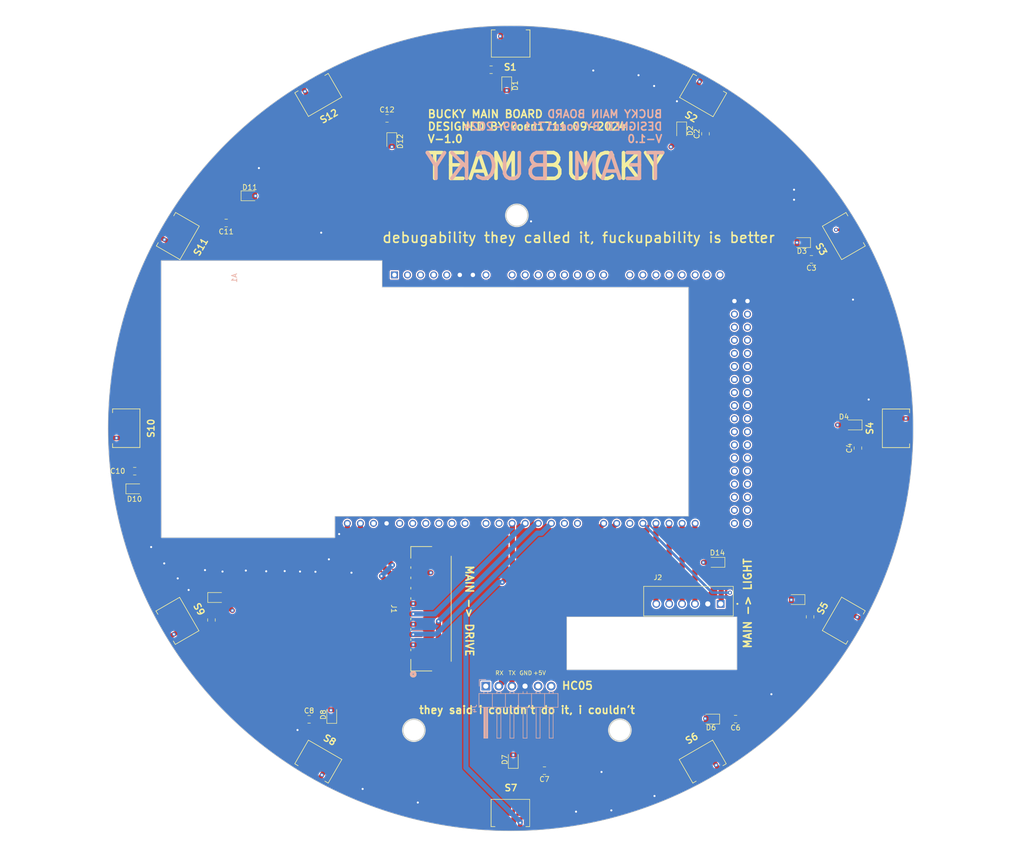
<source format=kicad_pcb>
(kicad_pcb (version 20240108) (generator "pcbnew") (generator_version "8.0")
  (title_block (title "BUCKY MAIN") (date "2024-07-03") (rev "V1") (company "koen1711"))
  (layers (0 "F.Cu" signal) (1 "In1.Cu" signal) (2 "In2.Cu" signal) (31 "B.Cu" signal) (34 "B.Paste" user) (35 "F.Paste" user) (36 "B.SilkS" user "B.Silkscreen") (37 "F.SilkS" user "F.Silkscreen") (38 "B.Mask" user) (39 "F.Mask" user) (44 "Edge.Cuts" user))
  (net 0 "")
  (net 1 "Net-(D1-K)")
  (net 2 "GND")
  (net 3 "/IR_1")
  (net 4 "/IR_9")
  (net 5 "Net-(D2-K)")
  (net 6 "/IR_2")
  (net 7 "Net-(D3-K)")
  (net 8 "/IR_3")
  (net 9 "/IR_4")
  (net 10 "Net-(D4-K)")
  (net 11 "Net-(D5-K)")
  (net 12 "/IR_5")
  (net 13 "Net-(D6-K)")
  (net 14 "/IR_6")
  (net 15 "Net-(D7-K)")
  (net 16 "/IR_7")
  (net 17 "/IR_8")
  (net 18 "Net-(D8-K)")
  (net 19 "Net-(D12-K)")
  (net 20 "Net-(D11-K)")
  (net 21 "/IR_10")
  (net 22 "Net-(D10-K)")
  (net 23 "/IR_11")
  (net 24 "/IR_12")
  (net 25 "Net-(D9-K)")
  (net 26 "+5V")
  (net 27 "/M1_PWM")
  (net 28 "/M3_PWM")
  (net 29 "/L_A")
  (net 30 "/D_A")
  (net 31 "/R_A")
  (net 32 "/F_A")
  (net 33 "/SCL")
  (net 34 "/SDA")
  (net 35 "+3.3V")
  (net 36 "/M2_PWM")
  (net 37 "/TXD")
  (net 38 "/RXD")
  (net 39 "Net-(D14-K)")
  (net 40 "/VIN")
  (net 41 "/M1_DIR")
  (net 42 "/M2_DIR")
  (net 43 "/M3_DIR")
  (net 44 "/STATE")
  (net 45 "/EN")
  (net 46 "/SIG_FRONT")
  (net 47 "/SIG_BACK")
  (net 48 "/SIG_RIGHT")
  (net 49 "/SIG_LEFT")
  (footprint "Diode_SMD:D_0805_2012Metric" (layer "F.Cu") (at 85.9028 153.6192 90)
    (property "Reference" "D8")
    (property "Value" "D")
  )
  (footprint "Diode_SMD:D_0805_2012Metric" (layer "F.Cu") (at 159.5628 154.4828 180)
    (property "Reference" "D6")
    (property "Value" "D")
  )
  (footprint "BUCKY_MAIN:TSSP96038" (layer "F.Cu") (at 45.984795 97.970304 -90)
    (property "Reference" "S10")
    (property "Value" "TSSP96038TR" (hide yes))
  )
  (footprint "Diode_SMD:D_0805_2012Metric" (layer "F.Cu") (at 63.5 130.8608)
    (property "Reference" "D9" (hide yes))
    (property "Value" "D")
  )
  (footprint "BUCKY_MAIN:TSSP96038" (layer "F.Cu") (at 185.357052 135.359926 60)
    (property "Reference" "S5")
    (property "Value" "TSSP96038TR" (hide yes))
  )
  (footprint "BUCKY_MAIN:LIGHT_CONN" (layer "F.Cu") (at 155.194 131.572)
    (property "Reference" "J2")
    (property "Value" "Conn_01x06")
  )
  (footprint "Capacitor_SMD:C_0805_2012Metric" (layer "F.Cu") (at 127.2134 164.4904 180)
    (property "Reference" "C7")
    (property "Value" "10uF")
  )
  (footprint "BUCKY_MAIN:TSSP96038" (layer "F.Cu") (at 55.927948 135.400074 -60)
    (property "Reference" "S9")
    (property "Value" "TSSP96038TR" (hide yes))
  )
  (footprint "BUCKY_MAIN:TSSP96038" (layer "F.Cu") (at 55.997948 60.650222 -120)
    (property "Reference" "S11")
    (property "Value" "TSSP96038TR" (hide yes))
  )
  (footprint "BUCKY_MAIN:TSSP96038" (layer "F.Cu") (at 120.605 172.72)
    (property "Reference" "S7")
    (property "Value" "TSSP96038TR" (hide yes))
  )
  (footprint "Diode_SMD:D_0805_2012Metric" (layer "F.Cu") (at 177.2135 61.9252 180)
    (property "Reference" "D3")
    (property "Value" "D")
  )
  (footprint "Diode_SMD:D_0805_2012Metric" (layer "F.Cu") (at 160.5765 124.0282 180)
    (property "Reference" "D14")
    (property "Value" "D")
  )
  (footprint "Diode_SMD:D_0805_2012Metric" (layer "F.Cu") (at 153.8732 40.1828 -90)
    (property "Reference" "D2")
    (property "Value" "D")
  )
  (footprint "Diode_SMD:D_0805_2012Metric" (layer "F.Cu") (at 187.2225 97.34 180)
    (property "Reference" "D4")
    (property "Value" "D")
  )
  (footprint "Diode_SMD:D_0805_2012Metric" (layer "F.Cu") (at 69.977 52.832)
    (property "Reference" "D11")
    (property "Value" "D")
  )
  (footprint "BUCKY_MAIN:TSSP96038" (layer "F.Cu") (at 158.040074 33.307948 150)
    (property "Reference" "S2")
    (property "Value" "TSSP96038TR" (hide yes))
  )
  (footprint "Diode_SMD:D_0805_2012Metric" (layer "F.Cu") (at 97.5614 42.2656 -90)
    (property "Reference" "D12")
    (property "Value" "D")
  )
  (footprint "Capacitor_SMD:C_0805_2012Metric" (layer "F.Cu") (at 164.338 154.4828 180)
    (property "Reference" "C6")
    (property "Value" "10uF")
  )
  (footprint "BUCKY_MAIN:TSSP96038" (layer "F.Cu") (at 185.367052 60.660074 120)
    (property "Reference" "S3")
    (property "Value" "TSSP96038TR" (hide yes))
  )
  (footprint "BUCKY_MAIN:TSSP96038" (layer "F.Cu") (at 120.645 23.25 180)
    (property "Reference" "S1")
    (property "Value" "TSSP96038TR" (hide yes))
  )
  (footprint "Capacitor_SMD:C_0805_2012Metric" (layer "F.Cu") (at 96.6368 37.7952)
    (property "Reference" "C12")
    (property "Value" "10uF")
  )
  (footprint "Capacitor_SMD:C_0805_2012Metric" (layer "F.Cu") (at 178.816 134.62 90)
    (property "Reference" "C5" (hide yes))
    (property "Value" "10uF")
  )
  (footprint "Capacitor_SMD:C_0805_2012Metric" (layer "F.Cu") (at 116.8552 28.3464)
    (property "Reference" "C1" (hide yes))
    (property "Value" "10uF")
  )
  (footprint "Diode_SMD:D_0805_2012Metric" (layer "F.Cu") (at 121.158 162.3568 90)
    (property "Reference" "D7")
    (property "Value" "D")
  )
  (footprint "Capacitor_SMD:C_0805_2012Metric" (layer "F.Cu") (at 158.496 40.7924 90)
    (property "Reference" "C2")
    (property "Value" "10uF")
  )
  (footprint "Diode_SMD:D_0805_2012Metric" (layer "F.Cu") (at 176.1236 131.2672 180)
    (property "Reference" "D5" (hide yes))
    (property "Value" "D")
  )
  (footprint "Capacitor_SMD:C_0805_2012Metric" (layer "F.Cu") (at 179.07 65.1764 180)
    (property "Reference" "C3")
    (property "Value" "10uF")
  )
  (footprint "BUCKY_MAIN:TSSP96038" (layer "F.Cu") (at 157.959926 162.737052 30)
    (property "Reference" "S6")
    (property "Value" "TSSP96038TR" (hide yes))
  )
  (footprint "BUCKY_MAIN:TSSP96038" (layer "F.Cu") (at 83.29 162.74 -30)
    (property "Reference" "S8")
    (property "Value" "TSSP96038TR" (hide yes))
  )
  (footprint "Capacitor_SMD:C_0805_2012Metric" (layer "F.Cu") (at 47.625 106.3244 180)
    (property "Reference" "C10")
    (property "Value" "10uF")
  )
  (footprint "BUCKY_MAIN:TSSP96038" (layer "F.Cu") (at 195.5 97.995 90)
    (property "Reference" "S4")
    (property "Value" "TSSP96038TR" (hide yes))
  )
  (footprint "Capacitor_SMD:C_0805_2012Metric" (layer "F.Cu") (at 81.4984 154.5336)
    (property "Reference" "C8")
    (property "Value" "10uF")
  )
  (footprint "BUCKY_MAIN:CONN10_S10B-PH_JST" (layer "F.Cu") (at 105.18 133.05 -90)
    (property "Reference" "J1")
    (property "Value" "Conn_01x10" (hide yes))
  )
  (footprint "Capacitor_SMD:C_0805_2012Metric" (layer "F.Cu") (at 188.1124 101.8388 90)
    (property "Reference" "C4")
    (property "Value" "10uF")
  )
  (footprint "Capacitor_SMD:C_0805_2012Metric" (layer "F.Cu") (at 65.392 58.1152 180)
    (property "Reference" "C11")
    (property "Value" "10uF")
  )
  (footprint "Diode_SMD:D_0805_2012Metric" (layer "F.Cu") (at 47.5996 109.7534)
    (property "Reference" "D10")
    (property "Value" "D" (hide yes))
  )
  (footprint "BUCKY_MAIN:TSSP96038" (layer "F.Cu") (at 83.289778 33.242948 -150)
    (property "Reference" "S12")
    (property "Value" "TSSP96038TR" (hide yes))
  )
  (footprint "Capacitor_SMD:C_0805_2012Metric" (layer "F.Cu") (at 62.5348 135.2296 90)
    (property "Reference" "C9" (hide yes))
    (property "Value" "10uF")
  )
  (footprint "Diode_SMD:D_0805_2012Metric" (layer "F.Cu") (at 119.888 31.4175 -90)
    (property "Reference" "D1")
    (property "Value" "D")
  )
  (footprint "BUCKY_MAIN:ARDUINO_MEGA" (layer "B.Cu") (at 120.934 92.33 -90)
    (property "Reference" "A1")
    (property "Value" "Arduino Mega")
  )
  (footprint "Connector_PinHeader_2.54mm:PinHeader_1x06_P2.54mm_Horizontal" (layer "B.Cu") (at 115.824 148.082 -90)
    (property "Reference" "J4")
    (property "Value" "Conn_01x06")
  )
  (gr_circle (center 121.86 56.63) (end 124.01 56.63) (stroke (width 0.3)) (fill none) (layer "Edge.Cuts"))
  (gr_line (start 86.5124 119.235) (end 52.801476 119.235) (stroke (width 0.1)) (layer "Edge.Cuts"))
  (gr_line (start 86.5124 115.0948) (end 155.194 115.062) (stroke (width 0.1)) (layer "Edge.Cuts"))
  (gr_line (start 52.769999 65.4124) (end 52.801476 119.235) (stroke (width 0.1)) (layer "Edge.Cuts"))
  (gr_circle (center 141.87 156.63) (end 144.02 156.63) (stroke (width 0.3)) (fill none) (layer "Edge.Cuts"))
  (gr_line (start 155.194 70.612) (end 155.194 115.062) (stroke (width 0.1)) (layer "Edge.Cuts"))
  (gr_rect (start 131.554 134.62) (end 164.61 144.888) (stroke (width 0.1)) (fill none) (layer "Edge.Cuts"))
  (gr_circle (center 120.65 98) (end 198.85 98) (stroke (width 0.1)) (fill none) (layer "Edge.Cuts"))
  (gr_circle (center 101.85 156.64) (end 104 156.64) (stroke (width 0.3)) (fill none) (layer "Edge.Cuts"))
  (gr_line (start 95.6818 65.4124) (end 95.6818 70.594) (stroke (width 0.1)) (layer "Edge.Cuts"))
  (gr_line (start 95.6818 70.594) (end 155.194 70.612) (stroke (width 0.1)) (layer "Edge.Cuts"))
  (gr_line (start 95.6818 65.4124) (end 52.769999 65.4124) (stroke (width 0.1)) (layer "Edge.Cuts"))
  (gr_line (start 86.5124 116.3902) (end 86.5124 119.235) (stroke (width 0.1)) (layer "Edge.Cuts"))
  (gr_line (start 86.5124 116.3902) (end 86.5124 115.0948) (stroke (width 0.1)) (layer "Edge.Cuts"))
  (gr_text "BUCKY MAIN BOARD\nDESIGNED BY koen1711 09-2024\nV-1.0" (at 150.2702 39.3678 0) (layer "B.SilkS") (effects (font (size 1.5 1.5) (thickness 0.3)) (justify left mirror)))
  (gr_text "TEAM BUCKY" (at 127.3302 47.1678 -0) (layer "B.SilkS") (effects (font (size 5 5) (thickness 0.7)) (justify mirror)))
  (gr_text "+5V" (at 124.968 145.9738 0) (layer "F.SilkS") (effects (font (size 0.8 0.8) (thickness 0.125) (bold yes)) (justify left bottom)))
  (gr_text "TEAM BUCKY" (at 127.3302 47.1678 0) (layer "F.SilkS") (effects (font (size 5 5) (thickness 0.7))))
  (gr_text "MAIN -> LIGHT\n" (at 167.5638 140.9192 90) (layer "F.SilkS") (effects (font (size 1.5 1.5) (thickness 0.3) (bold yes)) (justify left bottom)))
  (gr_text "GND\n" (at 122.2756 145.9992 0) (layer "F.SilkS") (effects (font (size 0.8 0.8) (thickness 0.125) (bold yes)) (justify left bottom)))
  (gr_text "MAIN -> DRIVE\n" (at 111.76 124.46 270) (layer "F.SilkS") (effects (font (size 1.5 1.5) (thickness 0.3) (bold yes)) (justify left bottom)))
  (gr_text "\n" (at 119.126 142.494 0) (layer "F.SilkS") (effects (font (size 0.75 0.75) (thickness 0.125) (bold yes)) (justify left bottom)))
  (gr_text "TX\n" (at 120.1674 145.9992 0) (layer "F.SilkS") (effects (font (size 0.8 0.8) (thickness 0.125) (bold yes)) (justify left bottom)))
  (gr_text "RX" (at 117.602 145.9992 0) (layer "F.SilkS") (effects (font (size 0.8 0.8) (thickness 0.125) (bold yes)) (justify left bottom)))
  (gr_text "BUCKY MAIN BOARD\nDESIGNED BY koen1711 09-2024\nV-1.0" (at 104.3902 39.3678 0) (layer "F.SilkS") (effects (font (size 1.5 1.5) (thickness 0.3)) (justify left)))
  (gr_text "debugability they called it, fuckupability is better" (at 133.858 60.96 0) (layer "F.SilkS") (effects (font (size 2 2) (thickness 0.3))))
  (gr_text "they said i couldn't do it, i couldn't" (at 123.825 152.7048 0) (layer "F.SilkS") (effects (font (size 1.5 1.5) (thickness 0.3))))
  (gr_text "HC05" (at 130.4544 148.8694 0) (layer "F.SilkS") (effects (font (size 1.5 1.5) (thickness 0.3) (bold yes)) (justify left bottom)))
  (segment (start 119.888 27.3204) (end 119.888 28.3464) (width 0.512) (layer "F.Cu") (net 1))
  (segment (start 120.01 27.1984) (end 120.01 21.35) (width 0.512) (layer "F.Cu") (net 1))
  (segment (start 117.8052 28.3464) (end 119.888 28.3464) (width 0.512) (layer "F.Cu") (net 1))
  (segment (start 119.888 28.3464) (end 119.888 30.48) (width 0.512) (layer "F.Cu") (net 1))
  (segment (start 120.01 27.1984) (end 119.888 27.3204) (width 0.512) (layer "F.Cu") (net 1))
  (via (at 136.7 28.5) (size 0.8) (drill 0.4) (layers "F.Cu" "B.Cu") (net 2))
  (via (at 64.68 125.82) (size 0.8) (drill 0.4) (layers "F.Cu" "B.Cu") (net 2))
  (via (at 124.61 57.8) (size 0.8) (drill 0.4) (layers "F.Cu" "B.Cu") (net 2))
  (via (at 148.59 169.418) (size 0.8) (drill 0.4) (layers "F.Cu" "B.Cu") (net 2))
  (via (at 79.74 125.82) (size 0.8) (drill 0.4) (layers "F.Cu" "B.Cu") (net 2))
  (via (at 102.616 170.688) (size 0.8) (drill 0.4) (layers "F.Cu" "B.Cu") (net 2))
  (via (at 85.344 123.444) (size 0.8) (drill 0.4) (layers "F.Cu" "B.Cu") (net 2))
  (via (at 148.52 31.5) (size 0.8) (drill 0.4) (layers "F.Cu" "B.Cu") (net 2))
  (via (at 79.25 156.6) (size 0.8) (drill 0.4) (layers "F.Cu" "B.Cu") (net 2))
  (via (at 50.82 121.06) (size 0.8) (drill 0.4) (layers "F.Cu" "B.Cu") (net 2))
  (via (at 175.7 53.6) (size 0.8) (drill 0.4) (layers "F.Cu" "B.Cu") (net 2))
  (via (at 53.36 124.24) (size 0.8) (drill 0.4) (layers "F.Cu" "B.Cu") (net 2))
  (via (at 83.85 60) (size 0.8) (drill 0.4) (layers "F.Cu" "B.Cu") (net 2))
  (via (at 171.3 149.65) (size 0.8) (drill 0.4) (layers "F.Cu" "B.Cu") (net 2))
  (via (at 138.3 164.75) (size 0.8) (drill 0.4) (layers "F.Cu" "B.Cu") (net 2))
  (via (at 58.1 129.4) (size 0.8) (drill 0.4) (layers "F.Cu" "B.Cu") (net 2))
  (via (at 145.49 29.41) (size 0.8) (drill 0.4) (layers "F.Cu" "B.Cu") (net 2))
  (via (at 71.75 47.45) (size 0.8) (drill 0.4) (layers "F.Cu" "B.Cu") (net 2))
  (via (at 61.28 125.54) (size 0.8) (drill 0.4) (layers "F.Cu" "B.Cu") (net 2))
  (via (at 140.208 172.212) (size 0.8) (drill 0.4) (layers "F.Cu" "B.Cu") (net 2))
  (via (at 89.73 126.05) (size 0.8) (drill 0.4) (layers "F.Cu" "B.Cu") (net 2))
  (via (at 133.35 172.466) (size 0.8) (drill 0.4) (layers "F.Cu" "B.Cu") (net 2))
  (via (at 152.95 34.47) (size 0.8) (drill 0.4) (layers "F.Cu" "B.Cu") (net 2))
  (via (at 82.73 125.87) (size 0.8) (drill 0.4) (layers "F.Cu" "B.Cu") (net 2))
  (via (at 87.34 118.54) (size 0.8) (drill 0.4) (layers "F.Cu" "B.Cu") (net 2))
  (via (at 91.9 168.05) (size 0.8) (drill 0.4) (layers "F.Cu" "B.Cu") (net 2))
  (via (at 73.17 125.77) (size 0.8) (drill 0.4) (layers "F.Cu" "B.Cu") (net 2))
  (via (at 175.7 51.65) (size 0.8) (drill 0.4) (layers "F.Cu" "B.Cu") (net 2))
  (via (at 190.1952 92.4052) (size 0.8) (drill 0.4) (layers "F.Cu" "B.Cu") (net 2))
  (via (at 187.15 73) (size 0.8) (drill 0.4) (layers "F.Cu" "B.Cu") (net 2))
  (via (at 55.98 127.15) (size 0.8) (drill 0.4) (layers "F.Cu" "B.Cu") (net 2))
  (via (at 69.21 125.63) (size 0.8) (drill 0.4) (layers "F.Cu" "B.Cu") (net 2))
  (via (at 76.76 125.73) (size 0.8) (drill 0.4) (layers "F.Cu" "B.Cu") (net 2))
  (via (at 118.618 21.844) (size 0.8) (drill 0.4) (layers "F.Cu" "B.Cu") (net 3))
  (via (at 55.235 137.999852) (size 0.8) (drill 0.4) (layers "F.Cu" "B.Cu") (net 4))
  (segment (start 157.8989 39.2453) (end 158.496 39.8424) (width 0.254) (layer "F.Cu") (net 5))
  (segment (start 153.8732 39.2453) (end 157.8989 39.2453) (width 0.254) (layer "F.Cu") (net 5))
  (segment (start 157.0228 32.762348) (end 157.0228 36.0957) (width 0.254) (layer "F.Cu") (net 5))
  (segment (start 157.0228 36.0957) (end 153.8732 39.2453) (width 0.254) (layer "F.Cu") (net 5))
  (segment (start 158.440148 31.345) (end 157.0228 32.762348) (width 0.254) (layer "F.Cu") (net 5))
  (segment (start 157.340296 30.71) (end 157.340296 30.695896) (width 0.512) (layer "F.Cu") (net 6))
  (segment (start 157.340296 30.695896) (end 157.3276 30.6832) (width 0.512) (layer "F.Cu") (net 6))
  (via (at 157.3276 30.6832) (size 0.8) (drill 0.4) (layers "F.Cu" "B.Cu") (net 6))
  (segment (start 178.12 65.1764) (end 178.12 61.9562) (width 0.512) (layer "F.Cu") (net 7))
  (segment (start 178.151 61.9252) (end 183.929948 61.9252) (width 0.512) (layer "F.Cu") (net 7))
  (segment (start 183.929948 61.9252) (end 186.695 59.160148) (width 0.512) (layer "F.Cu") (net 7))
  (segment (start 178.12 61.9562) (end 178.151 61.9252) (width 0.512) (layer "F.Cu") (net 7))
  (segment (start 184.684296 59.436) (end 186.06 58.060296) (width 0.512) (layer "F.Cu") (net 8))
  (segment (start 183.8452 59.436) (end 184.684296 59.436) (width 0.512) (layer "F.Cu") (net 8))
  (via (at 183.8452 59.436) (size 0.8) (drill 0.4) (layers "F.Cu" "B.Cu") (net 8))
  (via (at 197.4 96.09) (size 0.8) (drill 0.4) (layers "F.Cu" "B.Cu") (net 9))
  (segment (start 188.1124 97.3876) (end 188.16 97.34) (width 1) (layer "F.Cu") (net 10))
  (segment (start 197.38 97.34) (end 197.4 97.36) (width 1) (layer "F.Cu") (net 10))
  (segment (start 188.16 97.34) (end 197.38 97.34) (width 1) (layer "F.Cu") (net 10))
  (segment (start 188.1124 100.8888) (end 188.1124 97.3876) (width 1) (layer "F.Cu") (net 10))
  (segment (start 178.816 133.0221) (end 177.0611 131.2672) (width 0.512) (layer "F.Cu") (net 11))
  (segment (start 185.23 133.67) (end 178.816 133.67) (width 0.512) (layer "F.Cu") (net 11))
  (segment (start 187.32 135.76) (end 185.23 133.67) (width 0.512) (layer "F.Cu") (net 11))
  (segment (start 178.816 133.67) (end 178.816 133.0221) (width 0.512) (layer "F.Cu") (net 11))
  (via (at 187.955 134.660148) (size 0.8) (drill 0.4) (layers "F.Cu" "B.Cu") (net 12))
  (segment (start 160.5003 154.4828) (end 163.388 154.4828) (width 1) (layer "F.Cu") (net 13))
  (segment (start 160.5003 154.4828) (end 160.5003 157.1775) (width 0.512) (layer "F.Cu") (net 13))
  (segment (start 158.9532 158.7246) (end 158.9532 163.558348) (width 0.512) (layer "F.Cu") (net 13))
  (segment (start 160.5003 157.1775) (end 158.9532 158.7246) (width 0.512) (layer "F.Cu") (net 13))
  (segment (start 158.9532 163.558348) (end 159.459852 164.065) (width 0.512) (layer "F.Cu") (net 13))
  (via (at 160.559704 163.43) (size 0.8) (drill 0.4) (layers "F.Cu" "B.Cu") (net 14))
  (via (at 163.2458 129.921) (size 0.8) (drill 0.4) (layers "F.Cu" "B.Cu") (net 14))
  (segment (start 163.2458 129.921) (end 159.795 129.921) (width 0.512) (layer "B.Cu") (net 14))
  (segment (start 159.795 129.921) (end 146.334 116.46) (width 0.512) (layer "B.Cu") (net 14))
  (segment (start 125.0673 163.2943) (end 121.158 163.2943) (width 0.512) (layer "F.Cu") (net 15))
  (segment (start 121.24 174.62) (end 121.24 163.3763) (width 0.512) (layer "F.Cu") (net 15))
  (segment (start 126.2634 164.4904) (end 125.0673 163.2943) (width 0.512) (layer "F.Cu") (net 15))
  (segment (start 121.24 163.3763) (end 121.158 163.2943) (width 0.512) (layer "F.Cu") (net 15))
  (segment (start 120.9802 125.9586) (end 120.9802 116.5062) (width 1) (layer "F.Cu") (net 16))
  (segment (start 120.9802 116.5062) (end 120.934 116.46) (width 1) (layer "F.Cu") (net 16))
  (segment (start 119.0244 127.9144) (end 120.9802 125.9586) (width 1) (layer "F.Cu") (net 16))
  (via (at 119.0244 127.9144) (size 0.8) (drill 0.4) (layers "F.Cu" "B.Cu") (net 16))
  (via (at 122.51 174.62) (size 0.8) (drill 0.4) (layers "F.Cu" "B.Cu") (net 16))
  (segment (start 119.0244 127.9144) (end 118.3132 127.9144) (width 1) (layer "B.Cu") (net 16))
  (segment (start 111.9632 134.2644) (end 111.9632 163.9062) (width 1) (layer "B.Cu") (net 16))
  (segment (start 118.3132 127.9144) (end 111.9632 134.2644) (width 1) (layer "B.Cu") (net 16))
  (segment (start 111.9632 163.9062) (end 122.51 174.453) (width 1) (layer "B.Cu") (net 16))
  (segment (start 122.51 174.453) (end 122.51 174.62) (width 1) (layer "B.Cu") (net 16))
  (via (at 83.989778 165.337948) (size 0.8) (drill 0.4) (layers "F.Cu" "B.Cu") (net 17))
  (segment (start 82.962557 164.702948) (end 83.185785 164.47972) (width 0.512) (layer "F.Cu") (net 18))
  (segment (start 83.185785 164.47972) (end 83.185785 155.270985) (width 0.512) (layer "F.Cu") (net 18))
  (segment (start 85.9028 154.5567) (end 82.4715 154.5567) (width 1.5) (layer "F.Cu") (net 18))
  (segment (start 82.4715 154.5567) (end 82.4484 154.5336) (width 1.5) (layer "F.Cu") (net 18))
  (segment (start 83.185785 155.270985) (end 82.4484 154.5336) (width 0.512) (layer "F.Cu") (net 18))
  (segment (start 82.889926 164.702948) (end 82.962557 164.702948) (width 0.512) (layer "F.Cu") (net 18))
  (segment (start 81.789852 31.915) (end 84.063252 34.1884) (width 0.512) (layer "F.Cu") (net 19))
  (segment (start 93.98 34.1884) (end 97.5868 37.7952) (width 0.512) (layer "F.Cu") (net 19))
  (segment (start 84.063252 34.1884) (end 93.98 34.1884) (width 0.512) (layer "F.Cu") (net 19))
  (segment (start 97.5614 41.3281) (end 97.5614 37.8206) (width 0.512) (layer "F.Cu") (net 19))
  (segment (start 97.5614 37.8206) (end 97.5868 37.7952) (width 0.512) (layer "F.Cu") (net 19))
  (segment (start 54.40349 60.546007) (end 62.011193 60.546007) (width 0.512) (layer "F.Cu") (net 20))
  (segment (start 69.0395 52.832) (end 64.442 57.4295) (width 1) (layer "F.Cu") (net 20))
  (segment (start 54.107631 60.250148) (end 54.40349 60.546007) (width 0.512) (layer "F.Cu") (net 20))
  (segment (start 62.011193 60.546007) (end 64.442 58.1152) (width 0.512) (layer "F.Cu") (net 20))
  (segment (start 64.442 57.4295) (end 64.442 58.1152) (width 1) (layer "F.Cu") (net 20))
  (segment (start 54.035 60.250148) (end 54.107631 60.250148) (width 0.512) (layer "F.Cu") (net 20))
  (via (at 44.084795 99.875304) (size 0.8) (drill 0.4) (layers "F.Cu" "B.Cu") (net 21))
  (segment (start 44.084795 98.605304) (end 46.149296 98.605304) (width 1) (layer "F.Cu") (net 22))
  (segment (start 46.1518 98.6028) (end 46.675 99.126) (width 1) (layer "F.Cu") (net 22))
  (segment (start 46.675 99.126) (end 46.675 106.3244) (width 1) (layer "F.Cu") (net 22))
  (segment (start 46.6621 106.3373) (end 46.675 106.3244) (width 1) (layer "F.Cu") (net 22))
  (segment (start 46.6621 109.7534) (end 46.6621 106.3373) (width 1) (layer "F.Cu") (net 22))
  (segment (start 46.149296 98.605304) (end 46.1518 98.6028) (width 1) (layer "F.Cu") (net 22))
  (via (at 53.4 61.35) (size 0.8) (drill 0.4) (layers "F.Cu" "B.Cu") (net 23))
  (via (at 80.69 32.55) (size 0.8) (drill 0.4) (layers "F.Cu" "B.Cu") (net 24))
  (segment (start 58.0492 134.2796) (end 56.0832 136.2456) (width 0.512) (layer "F.Cu") (net 25))
  (segment (start 62.5348 130.8885) (end 62.5625 130.8608) (width 1) (layer "F.Cu") (net 25))
  (segment (start 62.5348 134.2796) (end 58.0492 134.2796) (width 0.512) (layer "F.Cu") (net 25))
  (segment (start 62.5348 134.2796) (end 62.5348 130.8885) (width 1) (layer "F.Cu") (net 25))
  (segment (start 56.0832 136.2456) (end 55.2544 136.2456) (width 0.512) (layer "F.Cu") (net 25))
  (segment (start 55.2544 136.2456) (end 54.6 136.9) (width 0.512) (layer "F.Cu") (net 25))
  (segment (start 59.69 127.508) (end 51.0375 118.8555) (width 1) (layer "F.Cu") (net 26))
  (segment (start 186.285 97.34) (end 184.1572 97.34) (width 1) (layer "F.Cu") (net 26))
  (segment (start 64.4375 130.8608) (end 64.4375 131.2395) (width 1) (layer "F.Cu") (net 26))
  (segment (start 64.4375 129.5123) (end 62.4332 127.508) (width 1) (layer "F.Cu") (net 26))
  (segment (start 51.0375 118.8555) (end 51.0375 112.2538) (width 1) (layer "F.Cu") (net 26))
  (segment (start 62.4332 127.508) (end 59.69 127.508) (width 1) (layer "F.Cu") (net 26))
  (segment (start 64.404772 131.200335) (end 64.502814 131.200335) (width 0.512) (layer "F.Cu") (net 26))
  (segment (start 64.4375 130.8608) (end 64.4375 129.5123) (width 1) (layer "F.Cu") (net 26))
  (segment (start 184.15 97.3328) (end 184.1572 97.34) (width 1) (layer "F.Cu") (net 26))
  (segment (start 153.8732 41.2496) (end 151.7904 43.3324) (width 1) (layer "F.Cu") (net 26))
  (segment (start 64.4375 131.2395) (end 66.5988 133.4008) (width 1) (layer "F.Cu") (net 26))
  (segment (start 51.0375 112.2538) (end 48.5371 109.7534) (width 1) (layer "F.Cu") (net 26))
  (segment (start 153.8732 41.1203) (end 153.8732 41.2496) (width 1) (layer "F.Cu") (net 26))
  (via (at 175.1584 131.318) (size 0.8) (drill 0.4) (layers "F.Cu" "B.Cu") (net 26))
  (via (at 184.15 97.3328) (size 0.8) (drill 0.4) (layers "F.Cu" "B.Cu") (net 26))
  (via (at 71.0692 52.8574) (size 0.8) (drill 0.4) (layers "F.Cu" "B.Cu") (net 26))
  (via (at 121.158 161.4424) (size 0.8) (drill 0.4) (layers "F.Cu" "B.Cu") (net 26))
  (via (at 119.888 32.355) (size 0.8) (drill 0.4) (layers "F.Cu" "B.Cu") (net 26))
  (via (at 66.5988 133.4008) (size 0.8) (drill 0.4) (layers "F.Cu" "B.Cu") (net 26))
  (via (at 176.276 61.9252) (size 0.8) (drill 0.4) (layers "F.Cu" "B.Cu") (net 26))
  (via (at 97.5868 43.3324) (size 0.8) (drill 0.4) (layers "F.Cu" "B.Cu") (net 26))
  (via (at 151.7904 43.3324) (size 0.8) (drill 0.4) (layers "F.Cu" "B.Cu") (net 26))
  (via (at 85.7504 152.7556) (size 0.8) (drill 0.4) (layers "F.Cu" "B.Cu") (net 26))
  (via (at 158.4452 154.3812) (size 0.8) (drill 0.4) (layers "F.Cu" "B.Cu") (net 26))
  (via (at 101.727299 138.05) (size 0.8) (drill 0.4) (layers "F.Cu" "B.Cu") (net 27))
  (segment (start 126.6444 118.3696) (end 128.554 116.46) (width 1) (layer "B.Cu") (net 27))
  (segment (start 125.8006 118.3696) (end 126.6444 118.3696) (width 1) (layer "B.Cu") (net 27))
  (segment (start 101.816232 137.961067) (end 106.209133 137.961067) (width 1) (layer "B.Cu") (net 27))
  (segment (start 106.209133 137.961067) (end 125.8006 118.3696) (width 1) (layer "B.Cu") (net 27))
  (segment (start 101.727299 138.05) (end 101.816232 137.961067) (width 1) (layer "B.Cu") (net 27))
  (via (at 101.727299 134.050001) (size 0.8) (drill 0.4) (layers "F.Cu" "B.Cu") (net 28))
  (segment (start 109.1748 130.7592) (end 123.474 116.46) (width 1) (layer "B.Cu") (net 28))
  (segment (start 109.1692 130.7592) (end 109.1748 130.7592) (width 1) (layer "B.Cu") (net 28))
  (segment (start 101.727299 134.050001) (end 105.878399 134.050001) (width 1) (layer "B.Cu") (net 28))
  (segment (start 105.878399 134.050001) (end 109.1692 130.7592) (width 1) (layer "B.Cu") (net 28))
  (segment (start 88.93 117.886) (end 99.094 128.05) (width 1) (layer "F.Cu") (net 33))
  (segment (start 88.93 116.46) (end 88.93 117.886) (width 1) (layer "F.Cu") (net 33))
  (segment (start 99.094 128.05) (end 101.727299 128.05) (width 1) (layer "F.Cu") (net 33))
  (segment (start 91.47 116.46) (end 91.47 118.3432) (width 1) (layer "F.Cu") (net 34))
  (segment (start 91.47 118.3432) (end 93.8276 120.7008) (width 1) (layer "F.Cu") (net 34))
  (segment (start 95.5548 126.6952) (end 98.909601 130.050001) (width 1) (layer "F.Cu") (net 34))
  (segment (start 93.8276 120.7008) (end 97.6884 124.5616) (width 1) (layer "F.Cu") (net 34))
  (segment (start 98.909601 130.050001) (end 101.727299 130.050001) (width 1) (layer "F.Cu") (net 34))
  (via (at 95.5548 126.6952) (size 0.8) (drill 0.4) (layers "F.Cu" "B.Cu") (net 34))
  (via (at 97.6884 124.5616) (size 0.8) (drill 0.4) (layers "F.Cu" "B.Cu") (net 34))
  (segment (start 97.6884 124.5616) (end 95.5548 126.6952) (width 1) (layer "B.Cu") (net 34))
  (segment (start 106.6292 138.796) (end 103.3752 142.05) (width 1) (layer "F.Cu") (net 36))
  (segment (start 106.6292 135.4836) (end 106.6292 138.796) (width 1) (layer "F.Cu") (net 36))
  (segment (start 103.3752 142.05) (end 101.727299 142.05) (width 1) (layer "F.Cu") (net 36))
  (via (at 106.6292 135.4836) (size 0.8) (drill 0.4) (layers "F.Cu" "B.Cu") (net 36))
  (segment (start 126.014 116.46) (end 125.6528 116.46) (width 1) (layer "B.Cu") (net 36))
  (segment (start 118.618 123.4948) (end 112.395 129.7178) (width 1) (layer "B.Cu") (net 36))
  (segment (start 112.395 129.7178) (end 106.6292 135.4836) (width 1) (layer "B.Cu") (net 36))
  (segment (start 125.6528 116.46) (end 118.618 123.4948) (width 1) (layer "B.Cu") (net 36))
  (segment (start 138.714 116.5306) (end 118.8974 136.3472) (width 1) (layer "F.Cu") (net 37))
  (segment (start 118.8974 147.5486) (end 118.364 148.082) (width 1) (layer "F.Cu") (net 37))
  (segment (start 118.8974 136.3472) (end 118.8974 147.5486) (width 1) (layer "F.Cu") (net 37))
  (segment (start 138.714 116.46) (end 138.714 116.5306) (width 1) (layer "F.Cu") (net 37))
  (segment (start 120.904 148.082) (end 120.904 136.81) (width 1) (layer "F.Cu") (net 38))
  (segment (start 120.904 136.81) (end 141.254 116.46) (width 1) (layer "F.Cu") (net 38))
  (segment (start 161.544 128.321) (end 161.514 128.291) (width 1) (layer "F.Cu") (net 39))
  (segment (start 161.544 128.321) (end 161.544 131.997) (width 1) (layer "F.Cu") (net 39))
  (segment (start 161.514 128.291) (end 161.514 124.0282) (width 1) (layer "F.Cu") (net 39))
  (segment (start 158.115 124.0282) (end 158.0896 124.0536) (width 1) (layer "F.Cu") (net 40))
  (segment (start 101.727299 126.050001) (end 105.140799 126.050001) (width 1) (layer "F.Cu") (net 40))
  (segment (start 159.639 124.0282) (end 158.115 124.0282) (width 1) (layer "F.Cu") (net 40))
  (segment (start 105.156 126.0348) (end 105.140799 126.050001) (width 1) (layer "F.Cu") (net 40))
  (via (at 158.0896 124.0536) (size 0.8) (drill 0.4) (layers "F.Cu" "B.Cu") (net 40))
  (via (at 105.140799 126.050001) (size 0.8) (drill 0.4) (layers "F.Cu" "B.Cu") (net 40))
  (via (at 101.727299 136.049999) (size 0.8) (drill 0.4) (layers "F.Cu" "B.Cu") (net 41))
  (segment (start 164.114 114.524) (end 164.114 113.92) (width 0.254) (layer "F.Cu") (net 42))
  (via (at 101.727299 140.050001) (size 0.8) (drill 0.4) (layers "F.Cu" "B.Cu") (net 42))
  (via (at 101.727299 132.049999) (size 0.8) (drill 0.4) (layers "F.Cu" "B.Cu") (net 43))
  (segment (start 156.444 116.51) (end 156.494 116.46) (width 1) (layer "F.Cu") (net 46))
  (segment (start 156.444 132.097) (end 156.444 116.51) (width 1) (layer "F.Cu") (net 46))
  (segment (start 153.954 116.46) (end 153.944 116.47) (width 0.512) (layer "F.Cu") (net 47))
  (segment (start 153.954 116.46) (end 153.954 132.087) (width 1) (layer "F.Cu") (net 47))
  (segment (start 153.954 132.087) (end 153.944 132.097) (width 1) (layer "F.Cu") (net 47))
  (segment (start 148.944 116.53) (end 148.874 116.46) (width 0.512) (layer "F.Cu") (net 48))
  (segment (start 148.874 132.027) (end 148.944 132.097) (width 1) (layer "F.Cu") (net 48))
  (segment (start 148.874 116.46) (end 148.874 132.027) (width 1) (layer "F.Cu") (net 48))
  (segment (start 151.444 116.49) (end 151.414 116.46) (width 1) (layer "F.Cu") (net 49))
  (segment (start 151.444 132.097) (end 151.444 116.49) (width 1) (layer "F.Cu") (net 49))
  (zone (net 0) (net_name "") (layer "F.Cu") (name "KEEP_OUT") (connect_pads (clearance 0)) (min_thickness 0.25)
    (keepout (tracks allowed) (vias allowed) (pads allowed) (copperpour not_allowed) (footprints allowed))
    (fill (thermal_gap 0.5) (thermal_bridge_width 0.5))
    (polygon (pts (xy 147.574 133.6802) (xy 147.5994 133.7056) (xy 156.663117 133.7056) (xy 159.509281 129.203095) (xy 159.2834 115.2906) (xy 147.574 115.2906)))
  )
  (zone (net 2) (net_name "GND") (layer "F.Cu") (connect_pads yes (clearance 0.254)) (min_thickness 0.254) (fill yes (thermal_gap 0.254) (thermal_bridge_width 0.254))
    (polygon (pts (xy 217.904006 180.104006) (xy 22.3 181.2) (xy 25.122465 17.622465) (xy 217.2208 17.830906)))
  )
  (zone (net 2) (net_name "GND") (layer "B.Cu") (connect_pads yes (clearance 0.254)) (min_thickness 0.254) (fill yes (thermal_gap 0.254) (thermal_bridge_width 0.254))
    (polygon (pts (xy 219.595882 181.895882) (xy 22.2 181.3) (xy 22.2 14.8) (xy 220.3704 14.8)))
  )
)
</source>
